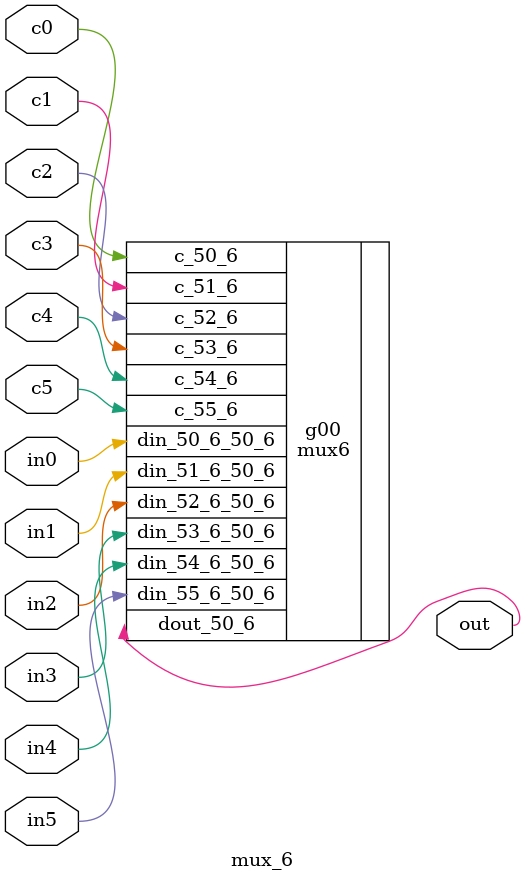
<source format=v>
module mux_6 (
    c0, c1, c2, c3, c4, c5,
    in0, in1, in2, in3, in4, in5,
    out
);

    input c0, c1, c2, c3, c4, c5,
        in0, in1, in2, in3, in4, in5;
    output out;

    mux6 g00 (.c_50_6(c0), .c_51_6(c1), .c_52_6(c2),  .c_53_6(c3), .c_54_6(c4), .c_55_6(c5), 
                .din_50_6_50_6(in0), .din_51_6_50_6(in1), .din_52_6_50_6(in2), .din_53_6_50_6(in3), .din_54_6_50_6(in4), .din_55_6_50_6(in5), 
                .dout_50_6(out));

endmodule

</source>
